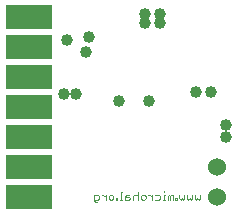
<source format=gbs>
G75*
%MOIN*%
%OFA0B0*%
%FSLAX25Y25*%
%IPPOS*%
%LPD*%
%AMOC8*
5,1,8,0,0,1.08239X$1,22.5*
%
%ADD10C,0.00400*%
%ADD11R,0.15800X0.08400*%
%ADD12C,0.06000*%
%ADD13C,0.03975*%
D10*
X0042182Y0005600D02*
X0042182Y0007601D01*
X0043383Y0007601D01*
X0043783Y0007201D01*
X0043783Y0006400D01*
X0043383Y0006000D01*
X0042182Y0006000D01*
X0042182Y0005600D02*
X0042582Y0005199D01*
X0042983Y0005199D01*
X0044731Y0007601D02*
X0045131Y0007601D01*
X0045932Y0006801D01*
X0045932Y0007601D02*
X0045932Y0006000D01*
X0046909Y0006400D02*
X0046909Y0007201D01*
X0047309Y0007601D01*
X0048110Y0007601D01*
X0048510Y0007201D01*
X0048510Y0006400D01*
X0048110Y0006000D01*
X0047309Y0006000D01*
X0046909Y0006400D01*
X0049399Y0006400D02*
X0049399Y0006000D01*
X0049799Y0006000D01*
X0049799Y0006400D01*
X0049399Y0006400D01*
X0050717Y0006000D02*
X0051518Y0006000D01*
X0051118Y0006000D02*
X0051118Y0008402D01*
X0051518Y0008402D01*
X0052495Y0007201D02*
X0052495Y0006000D01*
X0053696Y0006000D01*
X0054096Y0006400D01*
X0053696Y0006801D01*
X0052495Y0006801D01*
X0052495Y0007201D02*
X0052895Y0007601D01*
X0053696Y0007601D01*
X0055073Y0007201D02*
X0055073Y0006000D01*
X0055073Y0007201D02*
X0055473Y0007601D01*
X0056274Y0007601D01*
X0056674Y0007201D01*
X0057651Y0007201D02*
X0058052Y0007601D01*
X0058852Y0007601D01*
X0059253Y0007201D01*
X0059253Y0006400D01*
X0058852Y0006000D01*
X0058052Y0006000D01*
X0057651Y0006400D01*
X0057651Y0007201D01*
X0056674Y0008402D02*
X0056674Y0006000D01*
X0060200Y0007601D02*
X0060600Y0007601D01*
X0061401Y0006801D01*
X0061401Y0007601D02*
X0061401Y0006000D01*
X0062378Y0006000D02*
X0063579Y0006000D01*
X0063979Y0006400D01*
X0063979Y0007201D01*
X0063579Y0007601D01*
X0062378Y0007601D01*
X0065298Y0007601D02*
X0065298Y0006000D01*
X0065698Y0006000D02*
X0064897Y0006000D01*
X0066675Y0006000D02*
X0066675Y0007201D01*
X0067075Y0007601D01*
X0067476Y0007201D01*
X0067476Y0006000D01*
X0068276Y0006000D02*
X0068276Y0007601D01*
X0067876Y0007601D01*
X0067476Y0007201D01*
X0065698Y0007601D02*
X0065298Y0007601D01*
X0065298Y0008402D02*
X0065298Y0008802D01*
X0069165Y0006400D02*
X0069165Y0006000D01*
X0069565Y0006000D01*
X0069565Y0006400D01*
X0069165Y0006400D01*
X0070542Y0006400D02*
X0070943Y0006000D01*
X0071343Y0006400D01*
X0071743Y0006000D01*
X0072144Y0006400D01*
X0072144Y0007601D01*
X0073120Y0007601D02*
X0073120Y0006400D01*
X0073521Y0006000D01*
X0073921Y0006400D01*
X0074321Y0006000D01*
X0074722Y0006400D01*
X0074722Y0007601D01*
X0075699Y0007601D02*
X0075699Y0006400D01*
X0076099Y0006000D01*
X0076499Y0006400D01*
X0076900Y0006000D01*
X0077300Y0006400D01*
X0077300Y0007601D01*
X0070542Y0007601D02*
X0070542Y0006400D01*
D11*
X0020500Y0006800D03*
X0020500Y0016800D03*
X0020500Y0026800D03*
X0020500Y0036800D03*
X0020500Y0046800D03*
X0020500Y0056800D03*
X0020500Y0066800D03*
D12*
X0083000Y0016800D03*
X0083000Y0006800D03*
D13*
X0086000Y0026800D03*
X0086000Y0030800D03*
X0081000Y0041800D03*
X0076000Y0041800D03*
X0060500Y0038800D03*
X0050500Y0038800D03*
X0036000Y0041300D03*
X0032000Y0041300D03*
X0039500Y0055300D03*
X0040500Y0060300D03*
X0033000Y0059300D03*
X0059000Y0064800D03*
X0059000Y0067800D03*
X0064000Y0067800D03*
X0064000Y0064800D03*
M02*

</source>
